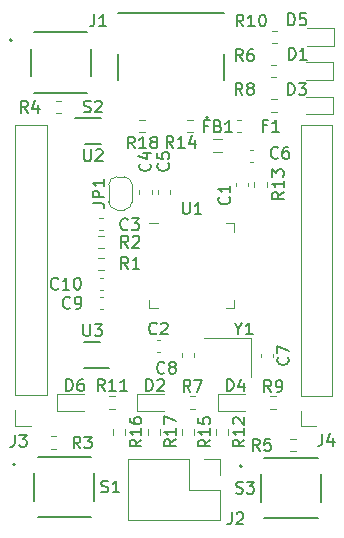
<source format=gbr>
%TF.GenerationSoftware,KiCad,Pcbnew,(6.0.7)*%
%TF.CreationDate,2022-09-02T00:32:44-07:00*%
%TF.ProjectId,HARDWARE_USBC_ISP_Programmer,48415244-5741-4524-955f-555342435f49,rev?*%
%TF.SameCoordinates,Original*%
%TF.FileFunction,Legend,Top*%
%TF.FilePolarity,Positive*%
%FSLAX46Y46*%
G04 Gerber Fmt 4.6, Leading zero omitted, Abs format (unit mm)*
G04 Created by KiCad (PCBNEW (6.0.7)) date 2022-09-02 00:32:44*
%MOMM*%
%LPD*%
G01*
G04 APERTURE LIST*
%ADD10C,0.150000*%
%ADD11C,0.120000*%
%ADD12C,0.127000*%
%ADD13C,0.200000*%
%ADD14C,0.152400*%
G04 APERTURE END LIST*
D10*
X66430000Y-114986774D02*
X67200000Y-114975000D01*
X65135000Y-93800000D02*
X64250000Y-93800000D01*
%TO.C,FB1*%
X75529166Y-94503571D02*
X75195833Y-94503571D01*
X75195833Y-95027380D02*
X75195833Y-94027380D01*
X75672023Y-94027380D01*
X76386309Y-94503571D02*
X76529166Y-94551190D01*
X76576785Y-94598809D01*
X76624404Y-94694047D01*
X76624404Y-94836904D01*
X76576785Y-94932142D01*
X76529166Y-94979761D01*
X76433928Y-95027380D01*
X76052976Y-95027380D01*
X76052976Y-94027380D01*
X76386309Y-94027380D01*
X76481547Y-94075000D01*
X76529166Y-94122619D01*
X76576785Y-94217857D01*
X76576785Y-94313095D01*
X76529166Y-94408333D01*
X76481547Y-94455952D01*
X76386309Y-94503571D01*
X76052976Y-94503571D01*
X77576785Y-95027380D02*
X77005357Y-95027380D01*
X77291071Y-95027380D02*
X77291071Y-94027380D01*
X77195833Y-94170238D01*
X77100595Y-94265476D01*
X77005357Y-94313095D01*
%TO.C,S3*%
X77913095Y-125579761D02*
X78055952Y-125627380D01*
X78294047Y-125627380D01*
X78389285Y-125579761D01*
X78436904Y-125532142D01*
X78484523Y-125436904D01*
X78484523Y-125341666D01*
X78436904Y-125246428D01*
X78389285Y-125198809D01*
X78294047Y-125151190D01*
X78103571Y-125103571D01*
X78008333Y-125055952D01*
X77960714Y-125008333D01*
X77913095Y-124913095D01*
X77913095Y-124817857D01*
X77960714Y-124722619D01*
X78008333Y-124675000D01*
X78103571Y-124627380D01*
X78341666Y-124627380D01*
X78484523Y-124675000D01*
X78817857Y-124627380D02*
X79436904Y-124627380D01*
X79103571Y-125008333D01*
X79246428Y-125008333D01*
X79341666Y-125055952D01*
X79389285Y-125103571D01*
X79436904Y-125198809D01*
X79436904Y-125436904D01*
X79389285Y-125532142D01*
X79341666Y-125579761D01*
X79246428Y-125627380D01*
X78960714Y-125627380D01*
X78865476Y-125579761D01*
X78817857Y-125532142D01*
%TO.C,R3*%
X64733333Y-121802380D02*
X64400000Y-121326190D01*
X64161904Y-121802380D02*
X64161904Y-120802380D01*
X64542857Y-120802380D01*
X64638095Y-120850000D01*
X64685714Y-120897619D01*
X64733333Y-120992857D01*
X64733333Y-121135714D01*
X64685714Y-121230952D01*
X64638095Y-121278571D01*
X64542857Y-121326190D01*
X64161904Y-121326190D01*
X65066666Y-120802380D02*
X65685714Y-120802380D01*
X65352380Y-121183333D01*
X65495238Y-121183333D01*
X65590476Y-121230952D01*
X65638095Y-121278571D01*
X65685714Y-121373809D01*
X65685714Y-121611904D01*
X65638095Y-121707142D01*
X65590476Y-121754761D01*
X65495238Y-121802380D01*
X65209523Y-121802380D01*
X65114285Y-121754761D01*
X65066666Y-121707142D01*
%TO.C,R18*%
X69332142Y-96407380D02*
X68998809Y-95931190D01*
X68760714Y-96407380D02*
X68760714Y-95407380D01*
X69141666Y-95407380D01*
X69236904Y-95455000D01*
X69284523Y-95502619D01*
X69332142Y-95597857D01*
X69332142Y-95740714D01*
X69284523Y-95835952D01*
X69236904Y-95883571D01*
X69141666Y-95931190D01*
X68760714Y-95931190D01*
X70284523Y-96407380D02*
X69713095Y-96407380D01*
X69998809Y-96407380D02*
X69998809Y-95407380D01*
X69903571Y-95550238D01*
X69808333Y-95645476D01*
X69713095Y-95693095D01*
X70855952Y-95835952D02*
X70760714Y-95788333D01*
X70713095Y-95740714D01*
X70665476Y-95645476D01*
X70665476Y-95597857D01*
X70713095Y-95502619D01*
X70760714Y-95455000D01*
X70855952Y-95407380D01*
X71046428Y-95407380D01*
X71141666Y-95455000D01*
X71189285Y-95502619D01*
X71236904Y-95597857D01*
X71236904Y-95645476D01*
X71189285Y-95740714D01*
X71141666Y-95788333D01*
X71046428Y-95835952D01*
X70855952Y-95835952D01*
X70760714Y-95883571D01*
X70713095Y-95931190D01*
X70665476Y-96026428D01*
X70665476Y-96216904D01*
X70713095Y-96312142D01*
X70760714Y-96359761D01*
X70855952Y-96407380D01*
X71046428Y-96407380D01*
X71141666Y-96359761D01*
X71189285Y-96312142D01*
X71236904Y-96216904D01*
X71236904Y-96026428D01*
X71189285Y-95931190D01*
X71141666Y-95883571D01*
X71046428Y-95835952D01*
%TO.C,JP1*%
X65777380Y-101033333D02*
X66491666Y-101033333D01*
X66634523Y-101080952D01*
X66729761Y-101176190D01*
X66777380Y-101319047D01*
X66777380Y-101414285D01*
X66777380Y-100557142D02*
X65777380Y-100557142D01*
X65777380Y-100176190D01*
X65825000Y-100080952D01*
X65872619Y-100033333D01*
X65967857Y-99985714D01*
X66110714Y-99985714D01*
X66205952Y-100033333D01*
X66253571Y-100080952D01*
X66301190Y-100176190D01*
X66301190Y-100557142D01*
X66777380Y-99033333D02*
X66777380Y-99604761D01*
X66777380Y-99319047D02*
X65777380Y-99319047D01*
X65920238Y-99414285D01*
X66015476Y-99509523D01*
X66063095Y-99604761D01*
%TO.C,C4*%
X70607142Y-97691666D02*
X70654761Y-97739285D01*
X70702380Y-97882142D01*
X70702380Y-97977380D01*
X70654761Y-98120238D01*
X70559523Y-98215476D01*
X70464285Y-98263095D01*
X70273809Y-98310714D01*
X70130952Y-98310714D01*
X69940476Y-98263095D01*
X69845238Y-98215476D01*
X69750000Y-98120238D01*
X69702380Y-97977380D01*
X69702380Y-97882142D01*
X69750000Y-97739285D01*
X69797619Y-97691666D01*
X70035714Y-96834523D02*
X70702380Y-96834523D01*
X69654761Y-97072619D02*
X70369047Y-97310714D01*
X70369047Y-96691666D01*
%TO.C,Y1*%
X78123809Y-111676190D02*
X78123809Y-112152380D01*
X77790476Y-111152380D02*
X78123809Y-111676190D01*
X78457142Y-111152380D01*
X79314285Y-112152380D02*
X78742857Y-112152380D01*
X79028571Y-112152380D02*
X79028571Y-111152380D01*
X78933333Y-111295238D01*
X78838095Y-111390476D01*
X78742857Y-111438095D01*
%TO.C,R10*%
X78532142Y-86077380D02*
X78198809Y-85601190D01*
X77960714Y-86077380D02*
X77960714Y-85077380D01*
X78341666Y-85077380D01*
X78436904Y-85125000D01*
X78484523Y-85172619D01*
X78532142Y-85267857D01*
X78532142Y-85410714D01*
X78484523Y-85505952D01*
X78436904Y-85553571D01*
X78341666Y-85601190D01*
X77960714Y-85601190D01*
X79484523Y-86077380D02*
X78913095Y-86077380D01*
X79198809Y-86077380D02*
X79198809Y-85077380D01*
X79103571Y-85220238D01*
X79008333Y-85315476D01*
X78913095Y-85363095D01*
X80103571Y-85077380D02*
X80198809Y-85077380D01*
X80294047Y-85125000D01*
X80341666Y-85172619D01*
X80389285Y-85267857D01*
X80436904Y-85458333D01*
X80436904Y-85696428D01*
X80389285Y-85886904D01*
X80341666Y-85982142D01*
X80294047Y-86029761D01*
X80198809Y-86077380D01*
X80103571Y-86077380D01*
X80008333Y-86029761D01*
X79960714Y-85982142D01*
X79913095Y-85886904D01*
X79865476Y-85696428D01*
X79865476Y-85458333D01*
X79913095Y-85267857D01*
X79960714Y-85172619D01*
X80008333Y-85125000D01*
X80103571Y-85077380D01*
%TO.C,J2*%
X77541666Y-127227380D02*
X77541666Y-127941666D01*
X77494047Y-128084523D01*
X77398809Y-128179761D01*
X77255952Y-128227380D01*
X77160714Y-128227380D01*
X77970238Y-127322619D02*
X78017857Y-127275000D01*
X78113095Y-127227380D01*
X78351190Y-127227380D01*
X78446428Y-127275000D01*
X78494047Y-127322619D01*
X78541666Y-127417857D01*
X78541666Y-127513095D01*
X78494047Y-127655952D01*
X77922619Y-128227380D01*
X78541666Y-128227380D01*
%TO.C,U1*%
X73413095Y-100957380D02*
X73413095Y-101766904D01*
X73460714Y-101862142D01*
X73508333Y-101909761D01*
X73603571Y-101957380D01*
X73794047Y-101957380D01*
X73889285Y-101909761D01*
X73936904Y-101862142D01*
X73984523Y-101766904D01*
X73984523Y-100957380D01*
X74984523Y-101957380D02*
X74413095Y-101957380D01*
X74698809Y-101957380D02*
X74698809Y-100957380D01*
X74603571Y-101100238D01*
X74508333Y-101195476D01*
X74413095Y-101243095D01*
%TO.C,R1*%
X68783333Y-106602380D02*
X68450000Y-106126190D01*
X68211904Y-106602380D02*
X68211904Y-105602380D01*
X68592857Y-105602380D01*
X68688095Y-105650000D01*
X68735714Y-105697619D01*
X68783333Y-105792857D01*
X68783333Y-105935714D01*
X68735714Y-106030952D01*
X68688095Y-106078571D01*
X68592857Y-106126190D01*
X68211904Y-106126190D01*
X69735714Y-106602380D02*
X69164285Y-106602380D01*
X69450000Y-106602380D02*
X69450000Y-105602380D01*
X69354761Y-105745238D01*
X69259523Y-105840476D01*
X69164285Y-105888095D01*
%TO.C,S1*%
X66513095Y-125479761D02*
X66655952Y-125527380D01*
X66894047Y-125527380D01*
X66989285Y-125479761D01*
X67036904Y-125432142D01*
X67084523Y-125336904D01*
X67084523Y-125241666D01*
X67036904Y-125146428D01*
X66989285Y-125098809D01*
X66894047Y-125051190D01*
X66703571Y-125003571D01*
X66608333Y-124955952D01*
X66560714Y-124908333D01*
X66513095Y-124813095D01*
X66513095Y-124717857D01*
X66560714Y-124622619D01*
X66608333Y-124575000D01*
X66703571Y-124527380D01*
X66941666Y-124527380D01*
X67084523Y-124575000D01*
X68036904Y-125527380D02*
X67465476Y-125527380D01*
X67751190Y-125527380D02*
X67751190Y-124527380D01*
X67655952Y-124670238D01*
X67560714Y-124765476D01*
X67465476Y-124813095D01*
%TO.C,C8*%
X71858333Y-115382142D02*
X71810714Y-115429761D01*
X71667857Y-115477380D01*
X71572619Y-115477380D01*
X71429761Y-115429761D01*
X71334523Y-115334523D01*
X71286904Y-115239285D01*
X71239285Y-115048809D01*
X71239285Y-114905952D01*
X71286904Y-114715476D01*
X71334523Y-114620238D01*
X71429761Y-114525000D01*
X71572619Y-114477380D01*
X71667857Y-114477380D01*
X71810714Y-114525000D01*
X71858333Y-114572619D01*
X72429761Y-114905952D02*
X72334523Y-114858333D01*
X72286904Y-114810714D01*
X72239285Y-114715476D01*
X72239285Y-114667857D01*
X72286904Y-114572619D01*
X72334523Y-114525000D01*
X72429761Y-114477380D01*
X72620238Y-114477380D01*
X72715476Y-114525000D01*
X72763095Y-114572619D01*
X72810714Y-114667857D01*
X72810714Y-114715476D01*
X72763095Y-114810714D01*
X72715476Y-114858333D01*
X72620238Y-114905952D01*
X72429761Y-114905952D01*
X72334523Y-114953571D01*
X72286904Y-115001190D01*
X72239285Y-115096428D01*
X72239285Y-115286904D01*
X72286904Y-115382142D01*
X72334523Y-115429761D01*
X72429761Y-115477380D01*
X72620238Y-115477380D01*
X72715476Y-115429761D01*
X72763095Y-115382142D01*
X72810714Y-115286904D01*
X72810714Y-115096428D01*
X72763095Y-115001190D01*
X72715476Y-114953571D01*
X72620238Y-114905952D01*
%TO.C,R16*%
X69902380Y-121067857D02*
X69426190Y-121401190D01*
X69902380Y-121639285D02*
X68902380Y-121639285D01*
X68902380Y-121258333D01*
X68950000Y-121163095D01*
X68997619Y-121115476D01*
X69092857Y-121067857D01*
X69235714Y-121067857D01*
X69330952Y-121115476D01*
X69378571Y-121163095D01*
X69426190Y-121258333D01*
X69426190Y-121639285D01*
X69902380Y-120115476D02*
X69902380Y-120686904D01*
X69902380Y-120401190D02*
X68902380Y-120401190D01*
X69045238Y-120496428D01*
X69140476Y-120591666D01*
X69188095Y-120686904D01*
X68902380Y-119258333D02*
X68902380Y-119448809D01*
X68950000Y-119544047D01*
X68997619Y-119591666D01*
X69140476Y-119686904D01*
X69330952Y-119734523D01*
X69711904Y-119734523D01*
X69807142Y-119686904D01*
X69854761Y-119639285D01*
X69902380Y-119544047D01*
X69902380Y-119353571D01*
X69854761Y-119258333D01*
X69807142Y-119210714D01*
X69711904Y-119163095D01*
X69473809Y-119163095D01*
X69378571Y-119210714D01*
X69330952Y-119258333D01*
X69283333Y-119353571D01*
X69283333Y-119544047D01*
X69330952Y-119639285D01*
X69378571Y-119686904D01*
X69473809Y-119734523D01*
%TO.C,R11*%
X66782142Y-116927380D02*
X66448809Y-116451190D01*
X66210714Y-116927380D02*
X66210714Y-115927380D01*
X66591666Y-115927380D01*
X66686904Y-115975000D01*
X66734523Y-116022619D01*
X66782142Y-116117857D01*
X66782142Y-116260714D01*
X66734523Y-116355952D01*
X66686904Y-116403571D01*
X66591666Y-116451190D01*
X66210714Y-116451190D01*
X67734523Y-116927380D02*
X67163095Y-116927380D01*
X67448809Y-116927380D02*
X67448809Y-115927380D01*
X67353571Y-116070238D01*
X67258333Y-116165476D01*
X67163095Y-116213095D01*
X68686904Y-116927380D02*
X68115476Y-116927380D01*
X68401190Y-116927380D02*
X68401190Y-115927380D01*
X68305952Y-116070238D01*
X68210714Y-116165476D01*
X68115476Y-116213095D01*
%TO.C,R5*%
X79908333Y-122002380D02*
X79575000Y-121526190D01*
X79336904Y-122002380D02*
X79336904Y-121002380D01*
X79717857Y-121002380D01*
X79813095Y-121050000D01*
X79860714Y-121097619D01*
X79908333Y-121192857D01*
X79908333Y-121335714D01*
X79860714Y-121430952D01*
X79813095Y-121478571D01*
X79717857Y-121526190D01*
X79336904Y-121526190D01*
X80813095Y-121002380D02*
X80336904Y-121002380D01*
X80289285Y-121478571D01*
X80336904Y-121430952D01*
X80432142Y-121383333D01*
X80670238Y-121383333D01*
X80765476Y-121430952D01*
X80813095Y-121478571D01*
X80860714Y-121573809D01*
X80860714Y-121811904D01*
X80813095Y-121907142D01*
X80765476Y-121954761D01*
X80670238Y-122002380D01*
X80432142Y-122002380D01*
X80336904Y-121954761D01*
X80289285Y-121907142D01*
%TO.C,D6*%
X63536904Y-116947380D02*
X63536904Y-115947380D01*
X63775000Y-115947380D01*
X63917857Y-115995000D01*
X64013095Y-116090238D01*
X64060714Y-116185476D01*
X64108333Y-116375952D01*
X64108333Y-116518809D01*
X64060714Y-116709285D01*
X64013095Y-116804523D01*
X63917857Y-116899761D01*
X63775000Y-116947380D01*
X63536904Y-116947380D01*
X64965476Y-115947380D02*
X64775000Y-115947380D01*
X64679761Y-115995000D01*
X64632142Y-116042619D01*
X64536904Y-116185476D01*
X64489285Y-116375952D01*
X64489285Y-116756904D01*
X64536904Y-116852142D01*
X64584523Y-116899761D01*
X64679761Y-116947380D01*
X64870238Y-116947380D01*
X64965476Y-116899761D01*
X65013095Y-116852142D01*
X65060714Y-116756904D01*
X65060714Y-116518809D01*
X65013095Y-116423571D01*
X64965476Y-116375952D01*
X64870238Y-116328333D01*
X64679761Y-116328333D01*
X64584523Y-116375952D01*
X64536904Y-116423571D01*
X64489285Y-116518809D01*
%TO.C,C3*%
X68733333Y-103232142D02*
X68685714Y-103279761D01*
X68542857Y-103327380D01*
X68447619Y-103327380D01*
X68304761Y-103279761D01*
X68209523Y-103184523D01*
X68161904Y-103089285D01*
X68114285Y-102898809D01*
X68114285Y-102755952D01*
X68161904Y-102565476D01*
X68209523Y-102470238D01*
X68304761Y-102375000D01*
X68447619Y-102327380D01*
X68542857Y-102327380D01*
X68685714Y-102375000D01*
X68733333Y-102422619D01*
X69066666Y-102327380D02*
X69685714Y-102327380D01*
X69352380Y-102708333D01*
X69495238Y-102708333D01*
X69590476Y-102755952D01*
X69638095Y-102803571D01*
X69685714Y-102898809D01*
X69685714Y-103136904D01*
X69638095Y-103232142D01*
X69590476Y-103279761D01*
X69495238Y-103327380D01*
X69209523Y-103327380D01*
X69114285Y-103279761D01*
X69066666Y-103232142D01*
%TO.C,R2*%
X68783333Y-104802380D02*
X68450000Y-104326190D01*
X68211904Y-104802380D02*
X68211904Y-103802380D01*
X68592857Y-103802380D01*
X68688095Y-103850000D01*
X68735714Y-103897619D01*
X68783333Y-103992857D01*
X68783333Y-104135714D01*
X68735714Y-104230952D01*
X68688095Y-104278571D01*
X68592857Y-104326190D01*
X68211904Y-104326190D01*
X69164285Y-103897619D02*
X69211904Y-103850000D01*
X69307142Y-103802380D01*
X69545238Y-103802380D01*
X69640476Y-103850000D01*
X69688095Y-103897619D01*
X69735714Y-103992857D01*
X69735714Y-104088095D01*
X69688095Y-104230952D01*
X69116666Y-104802380D01*
X69735714Y-104802380D01*
%TO.C,R8*%
X78458333Y-91877380D02*
X78125000Y-91401190D01*
X77886904Y-91877380D02*
X77886904Y-90877380D01*
X78267857Y-90877380D01*
X78363095Y-90925000D01*
X78410714Y-90972619D01*
X78458333Y-91067857D01*
X78458333Y-91210714D01*
X78410714Y-91305952D01*
X78363095Y-91353571D01*
X78267857Y-91401190D01*
X77886904Y-91401190D01*
X79029761Y-91305952D02*
X78934523Y-91258333D01*
X78886904Y-91210714D01*
X78839285Y-91115476D01*
X78839285Y-91067857D01*
X78886904Y-90972619D01*
X78934523Y-90925000D01*
X79029761Y-90877380D01*
X79220238Y-90877380D01*
X79315476Y-90925000D01*
X79363095Y-90972619D01*
X79410714Y-91067857D01*
X79410714Y-91115476D01*
X79363095Y-91210714D01*
X79315476Y-91258333D01*
X79220238Y-91305952D01*
X79029761Y-91305952D01*
X78934523Y-91353571D01*
X78886904Y-91401190D01*
X78839285Y-91496428D01*
X78839285Y-91686904D01*
X78886904Y-91782142D01*
X78934523Y-91829761D01*
X79029761Y-91877380D01*
X79220238Y-91877380D01*
X79315476Y-91829761D01*
X79363095Y-91782142D01*
X79410714Y-91686904D01*
X79410714Y-91496428D01*
X79363095Y-91401190D01*
X79315476Y-91353571D01*
X79220238Y-91305952D01*
%TO.C,C1*%
X77327142Y-100516666D02*
X77374761Y-100564285D01*
X77422380Y-100707142D01*
X77422380Y-100802380D01*
X77374761Y-100945238D01*
X77279523Y-101040476D01*
X77184285Y-101088095D01*
X76993809Y-101135714D01*
X76850952Y-101135714D01*
X76660476Y-101088095D01*
X76565238Y-101040476D01*
X76470000Y-100945238D01*
X76422380Y-100802380D01*
X76422380Y-100707142D01*
X76470000Y-100564285D01*
X76517619Y-100516666D01*
X77422380Y-99564285D02*
X77422380Y-100135714D01*
X77422380Y-99850000D02*
X76422380Y-99850000D01*
X76565238Y-99945238D01*
X76660476Y-100040476D01*
X76708095Y-100135714D01*
%TO.C,J1*%
X65915467Y-85050410D02*
X65915467Y-85767266D01*
X65867676Y-85910637D01*
X65772096Y-86006218D01*
X65628725Y-86054008D01*
X65533144Y-86054008D01*
X66919065Y-86054008D02*
X66345580Y-86054008D01*
X66632323Y-86054008D02*
X66632323Y-85050410D01*
X66536742Y-85193781D01*
X66441161Y-85289362D01*
X66345580Y-85337152D01*
%TO.C,C9*%
X63858333Y-109882142D02*
X63810714Y-109929761D01*
X63667857Y-109977380D01*
X63572619Y-109977380D01*
X63429761Y-109929761D01*
X63334523Y-109834523D01*
X63286904Y-109739285D01*
X63239285Y-109548809D01*
X63239285Y-109405952D01*
X63286904Y-109215476D01*
X63334523Y-109120238D01*
X63429761Y-109025000D01*
X63572619Y-108977380D01*
X63667857Y-108977380D01*
X63810714Y-109025000D01*
X63858333Y-109072619D01*
X64334523Y-109977380D02*
X64525000Y-109977380D01*
X64620238Y-109929761D01*
X64667857Y-109882142D01*
X64763095Y-109739285D01*
X64810714Y-109548809D01*
X64810714Y-109167857D01*
X64763095Y-109072619D01*
X64715476Y-109025000D01*
X64620238Y-108977380D01*
X64429761Y-108977380D01*
X64334523Y-109025000D01*
X64286904Y-109072619D01*
X64239285Y-109167857D01*
X64239285Y-109405952D01*
X64286904Y-109501190D01*
X64334523Y-109548809D01*
X64429761Y-109596428D01*
X64620238Y-109596428D01*
X64715476Y-109548809D01*
X64763095Y-109501190D01*
X64810714Y-109405952D01*
%TO.C,R9*%
X80883333Y-117027380D02*
X80550000Y-116551190D01*
X80311904Y-117027380D02*
X80311904Y-116027380D01*
X80692857Y-116027380D01*
X80788095Y-116075000D01*
X80835714Y-116122619D01*
X80883333Y-116217857D01*
X80883333Y-116360714D01*
X80835714Y-116455952D01*
X80788095Y-116503571D01*
X80692857Y-116551190D01*
X80311904Y-116551190D01*
X81359523Y-117027380D02*
X81550000Y-117027380D01*
X81645238Y-116979761D01*
X81692857Y-116932142D01*
X81788095Y-116789285D01*
X81835714Y-116598809D01*
X81835714Y-116217857D01*
X81788095Y-116122619D01*
X81740476Y-116075000D01*
X81645238Y-116027380D01*
X81454761Y-116027380D01*
X81359523Y-116075000D01*
X81311904Y-116122619D01*
X81264285Y-116217857D01*
X81264285Y-116455952D01*
X81311904Y-116551190D01*
X81359523Y-116598809D01*
X81454761Y-116646428D01*
X81645238Y-116646428D01*
X81740476Y-116598809D01*
X81788095Y-116551190D01*
X81835714Y-116455952D01*
%TO.C,D4*%
X77136904Y-116947380D02*
X77136904Y-115947380D01*
X77375000Y-115947380D01*
X77517857Y-115995000D01*
X77613095Y-116090238D01*
X77660714Y-116185476D01*
X77708333Y-116375952D01*
X77708333Y-116518809D01*
X77660714Y-116709285D01*
X77613095Y-116804523D01*
X77517857Y-116899761D01*
X77375000Y-116947380D01*
X77136904Y-116947380D01*
X78565476Y-116280714D02*
X78565476Y-116947380D01*
X78327380Y-115899761D02*
X78089285Y-116614047D01*
X78708333Y-116614047D01*
%TO.C,R13*%
X81952380Y-100092857D02*
X81476190Y-100426190D01*
X81952380Y-100664285D02*
X80952380Y-100664285D01*
X80952380Y-100283333D01*
X81000000Y-100188095D01*
X81047619Y-100140476D01*
X81142857Y-100092857D01*
X81285714Y-100092857D01*
X81380952Y-100140476D01*
X81428571Y-100188095D01*
X81476190Y-100283333D01*
X81476190Y-100664285D01*
X81952380Y-99140476D02*
X81952380Y-99711904D01*
X81952380Y-99426190D02*
X80952380Y-99426190D01*
X81095238Y-99521428D01*
X81190476Y-99616666D01*
X81238095Y-99711904D01*
X80952380Y-98807142D02*
X80952380Y-98188095D01*
X81333333Y-98521428D01*
X81333333Y-98378571D01*
X81380952Y-98283333D01*
X81428571Y-98235714D01*
X81523809Y-98188095D01*
X81761904Y-98188095D01*
X81857142Y-98235714D01*
X81904761Y-98283333D01*
X81952380Y-98378571D01*
X81952380Y-98664285D01*
X81904761Y-98759523D01*
X81857142Y-98807142D01*
%TO.C,D2*%
X70299404Y-116947380D02*
X70299404Y-115947380D01*
X70537500Y-115947380D01*
X70680357Y-115995000D01*
X70775595Y-116090238D01*
X70823214Y-116185476D01*
X70870833Y-116375952D01*
X70870833Y-116518809D01*
X70823214Y-116709285D01*
X70775595Y-116804523D01*
X70680357Y-116899761D01*
X70537500Y-116947380D01*
X70299404Y-116947380D01*
X71251785Y-116042619D02*
X71299404Y-115995000D01*
X71394642Y-115947380D01*
X71632738Y-115947380D01*
X71727976Y-115995000D01*
X71775595Y-116042619D01*
X71823214Y-116137857D01*
X71823214Y-116233095D01*
X71775595Y-116375952D01*
X71204166Y-116947380D01*
X71823214Y-116947380D01*
%TO.C,D5*%
X82336904Y-85977380D02*
X82336904Y-84977380D01*
X82575000Y-84977380D01*
X82717857Y-85025000D01*
X82813095Y-85120238D01*
X82860714Y-85215476D01*
X82908333Y-85405952D01*
X82908333Y-85548809D01*
X82860714Y-85739285D01*
X82813095Y-85834523D01*
X82717857Y-85929761D01*
X82575000Y-85977380D01*
X82336904Y-85977380D01*
X83813095Y-84977380D02*
X83336904Y-84977380D01*
X83289285Y-85453571D01*
X83336904Y-85405952D01*
X83432142Y-85358333D01*
X83670238Y-85358333D01*
X83765476Y-85405952D01*
X83813095Y-85453571D01*
X83860714Y-85548809D01*
X83860714Y-85786904D01*
X83813095Y-85882142D01*
X83765476Y-85929761D01*
X83670238Y-85977380D01*
X83432142Y-85977380D01*
X83336904Y-85929761D01*
X83289285Y-85882142D01*
%TO.C,R17*%
X72832380Y-121042857D02*
X72356190Y-121376190D01*
X72832380Y-121614285D02*
X71832380Y-121614285D01*
X71832380Y-121233333D01*
X71880000Y-121138095D01*
X71927619Y-121090476D01*
X72022857Y-121042857D01*
X72165714Y-121042857D01*
X72260952Y-121090476D01*
X72308571Y-121138095D01*
X72356190Y-121233333D01*
X72356190Y-121614285D01*
X72832380Y-120090476D02*
X72832380Y-120661904D01*
X72832380Y-120376190D02*
X71832380Y-120376190D01*
X71975238Y-120471428D01*
X72070476Y-120566666D01*
X72118095Y-120661904D01*
X71832380Y-119757142D02*
X71832380Y-119090476D01*
X72832380Y-119519047D01*
%TO.C,R7*%
X74058333Y-117002380D02*
X73725000Y-116526190D01*
X73486904Y-117002380D02*
X73486904Y-116002380D01*
X73867857Y-116002380D01*
X73963095Y-116050000D01*
X74010714Y-116097619D01*
X74058333Y-116192857D01*
X74058333Y-116335714D01*
X74010714Y-116430952D01*
X73963095Y-116478571D01*
X73867857Y-116526190D01*
X73486904Y-116526190D01*
X74391666Y-116002380D02*
X75058333Y-116002380D01*
X74629761Y-117002380D01*
%TO.C,U3*%
X64988095Y-111289154D02*
X64988095Y-112098678D01*
X65035714Y-112193916D01*
X65083333Y-112241535D01*
X65178571Y-112289154D01*
X65369047Y-112289154D01*
X65464285Y-112241535D01*
X65511904Y-112193916D01*
X65559523Y-112098678D01*
X65559523Y-111289154D01*
X65940476Y-111289154D02*
X66559523Y-111289154D01*
X66226190Y-111670107D01*
X66369047Y-111670107D01*
X66464285Y-111717726D01*
X66511904Y-111765345D01*
X66559523Y-111860583D01*
X66559523Y-112098678D01*
X66511904Y-112193916D01*
X66464285Y-112241535D01*
X66369047Y-112289154D01*
X66083333Y-112289154D01*
X65988095Y-112241535D01*
X65940476Y-112193916D01*
%TO.C,J3*%
X59191666Y-120652380D02*
X59191666Y-121366666D01*
X59144047Y-121509523D01*
X59048809Y-121604761D01*
X58905952Y-121652380D01*
X58810714Y-121652380D01*
X59572619Y-120652380D02*
X60191666Y-120652380D01*
X59858333Y-121033333D01*
X60001190Y-121033333D01*
X60096428Y-121080952D01*
X60144047Y-121128571D01*
X60191666Y-121223809D01*
X60191666Y-121461904D01*
X60144047Y-121557142D01*
X60096428Y-121604761D01*
X60001190Y-121652380D01*
X59715476Y-121652380D01*
X59620238Y-121604761D01*
X59572619Y-121557142D01*
%TO.C,F1*%
X80516666Y-94453571D02*
X80183333Y-94453571D01*
X80183333Y-94977380D02*
X80183333Y-93977380D01*
X80659523Y-93977380D01*
X81564285Y-94977380D02*
X80992857Y-94977380D01*
X81278571Y-94977380D02*
X81278571Y-93977380D01*
X81183333Y-94120238D01*
X81088095Y-94215476D01*
X80992857Y-94263095D01*
%TO.C,S2*%
X65038095Y-93304761D02*
X65180952Y-93352380D01*
X65419047Y-93352380D01*
X65514285Y-93304761D01*
X65561904Y-93257142D01*
X65609523Y-93161904D01*
X65609523Y-93066666D01*
X65561904Y-92971428D01*
X65514285Y-92923809D01*
X65419047Y-92876190D01*
X65228571Y-92828571D01*
X65133333Y-92780952D01*
X65085714Y-92733333D01*
X65038095Y-92638095D01*
X65038095Y-92542857D01*
X65085714Y-92447619D01*
X65133333Y-92400000D01*
X65228571Y-92352380D01*
X65466666Y-92352380D01*
X65609523Y-92400000D01*
X65990476Y-92447619D02*
X66038095Y-92400000D01*
X66133333Y-92352380D01*
X66371428Y-92352380D01*
X66466666Y-92400000D01*
X66514285Y-92447619D01*
X66561904Y-92542857D01*
X66561904Y-92638095D01*
X66514285Y-92780952D01*
X65942857Y-93352380D01*
X66561904Y-93352380D01*
%TO.C,R12*%
X78632380Y-121067857D02*
X78156190Y-121401190D01*
X78632380Y-121639285D02*
X77632380Y-121639285D01*
X77632380Y-121258333D01*
X77680000Y-121163095D01*
X77727619Y-121115476D01*
X77822857Y-121067857D01*
X77965714Y-121067857D01*
X78060952Y-121115476D01*
X78108571Y-121163095D01*
X78156190Y-121258333D01*
X78156190Y-121639285D01*
X78632380Y-120115476D02*
X78632380Y-120686904D01*
X78632380Y-120401190D02*
X77632380Y-120401190D01*
X77775238Y-120496428D01*
X77870476Y-120591666D01*
X77918095Y-120686904D01*
X77727619Y-119734523D02*
X77680000Y-119686904D01*
X77632380Y-119591666D01*
X77632380Y-119353571D01*
X77680000Y-119258333D01*
X77727619Y-119210714D01*
X77822857Y-119163095D01*
X77918095Y-119163095D01*
X78060952Y-119210714D01*
X78632380Y-119782142D01*
X78632380Y-119163095D01*
%TO.C,C10*%
X62857142Y-108257142D02*
X62809523Y-108304761D01*
X62666666Y-108352380D01*
X62571428Y-108352380D01*
X62428571Y-108304761D01*
X62333333Y-108209523D01*
X62285714Y-108114285D01*
X62238095Y-107923809D01*
X62238095Y-107780952D01*
X62285714Y-107590476D01*
X62333333Y-107495238D01*
X62428571Y-107400000D01*
X62571428Y-107352380D01*
X62666666Y-107352380D01*
X62809523Y-107400000D01*
X62857142Y-107447619D01*
X63809523Y-108352380D02*
X63238095Y-108352380D01*
X63523809Y-108352380D02*
X63523809Y-107352380D01*
X63428571Y-107495238D01*
X63333333Y-107590476D01*
X63238095Y-107638095D01*
X64428571Y-107352380D02*
X64523809Y-107352380D01*
X64619047Y-107400000D01*
X64666666Y-107447619D01*
X64714285Y-107542857D01*
X64761904Y-107733333D01*
X64761904Y-107971428D01*
X64714285Y-108161904D01*
X64666666Y-108257142D01*
X64619047Y-108304761D01*
X64523809Y-108352380D01*
X64428571Y-108352380D01*
X64333333Y-108304761D01*
X64285714Y-108257142D01*
X64238095Y-108161904D01*
X64190476Y-107971428D01*
X64190476Y-107733333D01*
X64238095Y-107542857D01*
X64285714Y-107447619D01*
X64333333Y-107400000D01*
X64428571Y-107352380D01*
%TO.C,C7*%
X82287142Y-114091666D02*
X82334761Y-114139285D01*
X82382380Y-114282142D01*
X82382380Y-114377380D01*
X82334761Y-114520238D01*
X82239523Y-114615476D01*
X82144285Y-114663095D01*
X81953809Y-114710714D01*
X81810952Y-114710714D01*
X81620476Y-114663095D01*
X81525238Y-114615476D01*
X81430000Y-114520238D01*
X81382380Y-114377380D01*
X81382380Y-114282142D01*
X81430000Y-114139285D01*
X81477619Y-114091666D01*
X81382380Y-113758333D02*
X81382380Y-113091666D01*
X82382380Y-113520238D01*
%TO.C,C2*%
X71183333Y-112052142D02*
X71135714Y-112099761D01*
X70992857Y-112147380D01*
X70897619Y-112147380D01*
X70754761Y-112099761D01*
X70659523Y-112004523D01*
X70611904Y-111909285D01*
X70564285Y-111718809D01*
X70564285Y-111575952D01*
X70611904Y-111385476D01*
X70659523Y-111290238D01*
X70754761Y-111195000D01*
X70897619Y-111147380D01*
X70992857Y-111147380D01*
X71135714Y-111195000D01*
X71183333Y-111242619D01*
X71564285Y-111242619D02*
X71611904Y-111195000D01*
X71707142Y-111147380D01*
X71945238Y-111147380D01*
X72040476Y-111195000D01*
X72088095Y-111242619D01*
X72135714Y-111337857D01*
X72135714Y-111433095D01*
X72088095Y-111575952D01*
X71516666Y-112147380D01*
X72135714Y-112147380D01*
%TO.C,R6*%
X78483333Y-89002380D02*
X78150000Y-88526190D01*
X77911904Y-89002380D02*
X77911904Y-88002380D01*
X78292857Y-88002380D01*
X78388095Y-88050000D01*
X78435714Y-88097619D01*
X78483333Y-88192857D01*
X78483333Y-88335714D01*
X78435714Y-88430952D01*
X78388095Y-88478571D01*
X78292857Y-88526190D01*
X77911904Y-88526190D01*
X79340476Y-88002380D02*
X79150000Y-88002380D01*
X79054761Y-88050000D01*
X79007142Y-88097619D01*
X78911904Y-88240476D01*
X78864285Y-88430952D01*
X78864285Y-88811904D01*
X78911904Y-88907142D01*
X78959523Y-88954761D01*
X79054761Y-89002380D01*
X79245238Y-89002380D01*
X79340476Y-88954761D01*
X79388095Y-88907142D01*
X79435714Y-88811904D01*
X79435714Y-88573809D01*
X79388095Y-88478571D01*
X79340476Y-88430952D01*
X79245238Y-88383333D01*
X79054761Y-88383333D01*
X78959523Y-88430952D01*
X78911904Y-88478571D01*
X78864285Y-88573809D01*
%TO.C,U2*%
X65053095Y-96477380D02*
X65053095Y-97286904D01*
X65100714Y-97382142D01*
X65148333Y-97429761D01*
X65243571Y-97477380D01*
X65434047Y-97477380D01*
X65529285Y-97429761D01*
X65576904Y-97382142D01*
X65624523Y-97286904D01*
X65624523Y-96477380D01*
X66053095Y-96572619D02*
X66100714Y-96525000D01*
X66195952Y-96477380D01*
X66434047Y-96477380D01*
X66529285Y-96525000D01*
X66576904Y-96572619D01*
X66624523Y-96667857D01*
X66624523Y-96763095D01*
X66576904Y-96905952D01*
X66005476Y-97477380D01*
X66624523Y-97477380D01*
%TO.C,C5*%
X72157142Y-97666666D02*
X72204761Y-97714285D01*
X72252380Y-97857142D01*
X72252380Y-97952380D01*
X72204761Y-98095238D01*
X72109523Y-98190476D01*
X72014285Y-98238095D01*
X71823809Y-98285714D01*
X71680952Y-98285714D01*
X71490476Y-98238095D01*
X71395238Y-98190476D01*
X71300000Y-98095238D01*
X71252380Y-97952380D01*
X71252380Y-97857142D01*
X71300000Y-97714285D01*
X71347619Y-97666666D01*
X71252380Y-96761904D02*
X71252380Y-97238095D01*
X71728571Y-97285714D01*
X71680952Y-97238095D01*
X71633333Y-97142857D01*
X71633333Y-96904761D01*
X71680952Y-96809523D01*
X71728571Y-96761904D01*
X71823809Y-96714285D01*
X72061904Y-96714285D01*
X72157142Y-96761904D01*
X72204761Y-96809523D01*
X72252380Y-96904761D01*
X72252380Y-97142857D01*
X72204761Y-97238095D01*
X72157142Y-97285714D01*
%TO.C,R14*%
X72607142Y-96352380D02*
X72273809Y-95876190D01*
X72035714Y-96352380D02*
X72035714Y-95352380D01*
X72416666Y-95352380D01*
X72511904Y-95400000D01*
X72559523Y-95447619D01*
X72607142Y-95542857D01*
X72607142Y-95685714D01*
X72559523Y-95780952D01*
X72511904Y-95828571D01*
X72416666Y-95876190D01*
X72035714Y-95876190D01*
X73559523Y-96352380D02*
X72988095Y-96352380D01*
X73273809Y-96352380D02*
X73273809Y-95352380D01*
X73178571Y-95495238D01*
X73083333Y-95590476D01*
X72988095Y-95638095D01*
X74416666Y-95685714D02*
X74416666Y-96352380D01*
X74178571Y-95304761D02*
X73940476Y-96019047D01*
X74559523Y-96019047D01*
%TO.C,D1*%
X82386904Y-88877380D02*
X82386904Y-87877380D01*
X82625000Y-87877380D01*
X82767857Y-87925000D01*
X82863095Y-88020238D01*
X82910714Y-88115476D01*
X82958333Y-88305952D01*
X82958333Y-88448809D01*
X82910714Y-88639285D01*
X82863095Y-88734523D01*
X82767857Y-88829761D01*
X82625000Y-88877380D01*
X82386904Y-88877380D01*
X83910714Y-88877380D02*
X83339285Y-88877380D01*
X83625000Y-88877380D02*
X83625000Y-87877380D01*
X83529761Y-88020238D01*
X83434523Y-88115476D01*
X83339285Y-88163095D01*
%TO.C,D3*%
X82311904Y-91877380D02*
X82311904Y-90877380D01*
X82550000Y-90877380D01*
X82692857Y-90925000D01*
X82788095Y-91020238D01*
X82835714Y-91115476D01*
X82883333Y-91305952D01*
X82883333Y-91448809D01*
X82835714Y-91639285D01*
X82788095Y-91734523D01*
X82692857Y-91829761D01*
X82550000Y-91877380D01*
X82311904Y-91877380D01*
X83216666Y-90877380D02*
X83835714Y-90877380D01*
X83502380Y-91258333D01*
X83645238Y-91258333D01*
X83740476Y-91305952D01*
X83788095Y-91353571D01*
X83835714Y-91448809D01*
X83835714Y-91686904D01*
X83788095Y-91782142D01*
X83740476Y-91829761D01*
X83645238Y-91877380D01*
X83359523Y-91877380D01*
X83264285Y-91829761D01*
X83216666Y-91782142D01*
%TO.C,C6*%
X81458333Y-97182142D02*
X81410714Y-97229761D01*
X81267857Y-97277380D01*
X81172619Y-97277380D01*
X81029761Y-97229761D01*
X80934523Y-97134523D01*
X80886904Y-97039285D01*
X80839285Y-96848809D01*
X80839285Y-96705952D01*
X80886904Y-96515476D01*
X80934523Y-96420238D01*
X81029761Y-96325000D01*
X81172619Y-96277380D01*
X81267857Y-96277380D01*
X81410714Y-96325000D01*
X81458333Y-96372619D01*
X82315476Y-96277380D02*
X82125000Y-96277380D01*
X82029761Y-96325000D01*
X81982142Y-96372619D01*
X81886904Y-96515476D01*
X81839285Y-96705952D01*
X81839285Y-97086904D01*
X81886904Y-97182142D01*
X81934523Y-97229761D01*
X82029761Y-97277380D01*
X82220238Y-97277380D01*
X82315476Y-97229761D01*
X82363095Y-97182142D01*
X82410714Y-97086904D01*
X82410714Y-96848809D01*
X82363095Y-96753571D01*
X82315476Y-96705952D01*
X82220238Y-96658333D01*
X82029761Y-96658333D01*
X81934523Y-96705952D01*
X81886904Y-96753571D01*
X81839285Y-96848809D01*
%TO.C,R15*%
X75732380Y-121067857D02*
X75256190Y-121401190D01*
X75732380Y-121639285D02*
X74732380Y-121639285D01*
X74732380Y-121258333D01*
X74780000Y-121163095D01*
X74827619Y-121115476D01*
X74922857Y-121067857D01*
X75065714Y-121067857D01*
X75160952Y-121115476D01*
X75208571Y-121163095D01*
X75256190Y-121258333D01*
X75256190Y-121639285D01*
X75732380Y-120115476D02*
X75732380Y-120686904D01*
X75732380Y-120401190D02*
X74732380Y-120401190D01*
X74875238Y-120496428D01*
X74970476Y-120591666D01*
X75018095Y-120686904D01*
X74732380Y-119210714D02*
X74732380Y-119686904D01*
X75208571Y-119734523D01*
X75160952Y-119686904D01*
X75113333Y-119591666D01*
X75113333Y-119353571D01*
X75160952Y-119258333D01*
X75208571Y-119210714D01*
X75303809Y-119163095D01*
X75541904Y-119163095D01*
X75637142Y-119210714D01*
X75684761Y-119258333D01*
X75732380Y-119353571D01*
X75732380Y-119591666D01*
X75684761Y-119686904D01*
X75637142Y-119734523D01*
%TO.C,J4*%
X85216666Y-120577380D02*
X85216666Y-121291666D01*
X85169047Y-121434523D01*
X85073809Y-121529761D01*
X84930952Y-121577380D01*
X84835714Y-121577380D01*
X86121428Y-120910714D02*
X86121428Y-121577380D01*
X85883333Y-120529761D02*
X85645238Y-121244047D01*
X86264285Y-121244047D01*
%TO.C,R4*%
X60283333Y-93377380D02*
X59950000Y-92901190D01*
X59711904Y-93377380D02*
X59711904Y-92377380D01*
X60092857Y-92377380D01*
X60188095Y-92425000D01*
X60235714Y-92472619D01*
X60283333Y-92567857D01*
X60283333Y-92710714D01*
X60235714Y-92805952D01*
X60188095Y-92853571D01*
X60092857Y-92901190D01*
X59711904Y-92901190D01*
X61140476Y-92710714D02*
X61140476Y-93377380D01*
X60902380Y-92329761D02*
X60664285Y-93044047D01*
X61283333Y-93044047D01*
D11*
%TO.C,FB1*%
X75962878Y-95565000D02*
X76762122Y-95565000D01*
X75962878Y-96685000D02*
X76762122Y-96685000D01*
D12*
%TO.C,S3*%
X84825000Y-122625000D02*
X80325000Y-122625000D01*
X84825000Y-127725000D02*
X80325000Y-127725000D01*
X85125000Y-126355000D02*
X85125000Y-123995000D01*
X80025000Y-123995000D02*
X80025000Y-126355000D01*
D13*
X78425000Y-123300000D02*
G75*
G03*
X78425000Y-123300000I-100000J0D01*
G01*
D11*
%TO.C,R3*%
X62212742Y-121822500D02*
X62687258Y-121822500D01*
X62212742Y-120777500D02*
X62687258Y-120777500D01*
%TO.C,R18*%
X70212258Y-95047500D02*
X69737742Y-95047500D01*
X70212258Y-94002500D02*
X69737742Y-94002500D01*
%TO.C,JP1*%
X67825000Y-98800000D02*
X68425000Y-98800000D01*
X69125000Y-99500000D02*
X69125000Y-100900000D01*
X68425000Y-101600000D02*
X67825000Y-101600000D01*
X67125000Y-100900000D02*
X67125000Y-99500000D01*
X69125000Y-99500000D02*
G75*
G03*
X68425000Y-98800000I-700000J0D01*
G01*
X67125000Y-100900000D02*
G75*
G03*
X67825000Y-101600000I699999J-1D01*
G01*
X68425000Y-101600000D02*
G75*
G03*
X69125000Y-100900000I1J699999D01*
G01*
X67825000Y-98800000D02*
G75*
G03*
X67125000Y-99500000I0J-700000D01*
G01*
%TO.C,C4*%
X69740000Y-100240580D02*
X69740000Y-99959420D01*
X70760000Y-100240580D02*
X70760000Y-99959420D01*
%TO.C,Y1*%
X79200000Y-115750000D02*
X79200000Y-112450000D01*
X79200000Y-112450000D02*
X75200000Y-112450000D01*
%TO.C,R10*%
X80937742Y-87497500D02*
X81412258Y-87497500D01*
X80937742Y-86452500D02*
X81412258Y-86452500D01*
%TO.C,J2*%
X73930000Y-125295000D02*
X76530000Y-125295000D01*
X73930000Y-122695000D02*
X73930000Y-125295000D01*
X73930000Y-122695000D02*
X68790000Y-122695000D01*
X75200000Y-122695000D02*
X76530000Y-122695000D01*
X76530000Y-125295000D02*
X76530000Y-127895000D01*
X76530000Y-122695000D02*
X76530000Y-124025000D01*
X68790000Y-122695000D02*
X68790000Y-127895000D01*
X76530000Y-127895000D02*
X68790000Y-127895000D01*
%TO.C,U1*%
X77060000Y-102715000D02*
X77785000Y-102715000D01*
X71290000Y-102715000D02*
X70565000Y-102715000D01*
X77785000Y-102715000D02*
X77785000Y-103440000D01*
X77060000Y-109935000D02*
X77785000Y-109935000D01*
X77785000Y-109935000D02*
X77785000Y-109210000D01*
X70565000Y-109935000D02*
X70565000Y-109210000D01*
X71290000Y-109935000D02*
X70565000Y-109935000D01*
%TO.C,R1*%
X66237742Y-105649500D02*
X66712258Y-105649500D01*
X66237742Y-106694500D02*
X66712258Y-106694500D01*
D12*
%TO.C,S1*%
X60825000Y-123870000D02*
X60825000Y-126230000D01*
X65925000Y-126230000D02*
X65925000Y-123870000D01*
X65625000Y-122500000D02*
X61125000Y-122500000D01*
X65625000Y-127600000D02*
X61125000Y-127600000D01*
D13*
X59225000Y-123175000D02*
G75*
G03*
X59225000Y-123175000I-100000J0D01*
G01*
D11*
%TO.C,C8*%
X73315000Y-114040580D02*
X73315000Y-113759420D01*
X74335000Y-114040580D02*
X74335000Y-113759420D01*
%TO.C,R16*%
X67477500Y-120662258D02*
X67477500Y-120187742D01*
X68522500Y-120662258D02*
X68522500Y-120187742D01*
%TO.C,R11*%
X67662258Y-118447500D02*
X67187742Y-118447500D01*
X67662258Y-117402500D02*
X67187742Y-117402500D01*
%TO.C,R5*%
X82987258Y-122047500D02*
X82512742Y-122047500D01*
X82987258Y-121002500D02*
X82512742Y-121002500D01*
%TO.C,D6*%
X62790000Y-118660000D02*
X65075000Y-118660000D01*
X62790000Y-117190000D02*
X62790000Y-118660000D01*
X65075000Y-117190000D02*
X62790000Y-117190000D01*
%TO.C,C3*%
X66615580Y-103285000D02*
X66334420Y-103285000D01*
X66615580Y-102265000D02*
X66334420Y-102265000D01*
%TO.C,R2*%
X66237742Y-103827500D02*
X66712258Y-103827500D01*
X66237742Y-104872500D02*
X66712258Y-104872500D01*
%TO.C,R8*%
X80887742Y-92252500D02*
X81362258Y-92252500D01*
X80887742Y-93297500D02*
X81362258Y-93297500D01*
%TO.C,C1*%
X77890000Y-99590580D02*
X77890000Y-99309420D01*
X78910000Y-99590580D02*
X78910000Y-99309420D01*
D12*
%TO.C,J1*%
X67930000Y-88400000D02*
X67930000Y-90600000D01*
X76870000Y-88400000D02*
X76870000Y-90600000D01*
X76870000Y-84930000D02*
X67930000Y-84930000D01*
D13*
X75548000Y-93780000D02*
G75*
G03*
X75548000Y-93780000I-100000J0D01*
G01*
D11*
%TO.C,C9*%
X66640580Y-109015000D02*
X66359420Y-109015000D01*
X66640580Y-110035000D02*
X66359420Y-110035000D01*
%TO.C,R9*%
X81287258Y-117402500D02*
X80812742Y-117402500D01*
X81287258Y-118447500D02*
X80812742Y-118447500D01*
%TO.C,D4*%
X78675000Y-117190000D02*
X76390000Y-117190000D01*
X76390000Y-118660000D02*
X78675000Y-118660000D01*
X76390000Y-117190000D02*
X76390000Y-118660000D01*
%TO.C,R13*%
X79477500Y-99687258D02*
X79477500Y-99212742D01*
X80522500Y-99687258D02*
X80522500Y-99212742D01*
%TO.C,D2*%
X71837500Y-117190000D02*
X69552500Y-117190000D01*
X69552500Y-118660000D02*
X71837500Y-118660000D01*
X69552500Y-117190000D02*
X69552500Y-118660000D01*
%TO.C,D5*%
X86172500Y-86240000D02*
X83887500Y-86240000D01*
X83887500Y-87710000D02*
X86172500Y-87710000D01*
X86172500Y-87710000D02*
X86172500Y-86240000D01*
%TO.C,R17*%
X71472500Y-120162742D02*
X71472500Y-120637258D01*
X70427500Y-120162742D02*
X70427500Y-120637258D01*
%TO.C,R7*%
X74462258Y-118447500D02*
X73987742Y-118447500D01*
X74462258Y-117402500D02*
X73987742Y-117402500D01*
D14*
%TO.C,U3*%
X65070000Y-114986774D02*
X66430000Y-114986774D01*
X66430000Y-112786774D02*
X65070000Y-112786774D01*
D11*
%TO.C,J3*%
X61880000Y-117315000D02*
X61880000Y-94395000D01*
X60550000Y-119915000D02*
X59220000Y-119915000D01*
X59220000Y-117315000D02*
X59220000Y-94395000D01*
X61880000Y-94395000D02*
X59220000Y-94395000D01*
X61880000Y-117315000D02*
X59220000Y-117315000D01*
X59220000Y-119915000D02*
X59220000Y-118585000D01*
%TO.C,F1*%
X78371267Y-93990000D02*
X78028733Y-93990000D01*
X78371267Y-95010000D02*
X78028733Y-95010000D01*
D12*
%TO.C,S2*%
X65325000Y-86575000D02*
X60825000Y-86575000D01*
X65325000Y-91675000D02*
X60825000Y-91675000D01*
X65625000Y-90305000D02*
X65625000Y-87945000D01*
X60525000Y-87945000D02*
X60525000Y-90305000D01*
D13*
X58925000Y-87250000D02*
G75*
G03*
X58925000Y-87250000I-100000J0D01*
G01*
D11*
%TO.C,R12*%
X76227500Y-120187742D02*
X76227500Y-120662258D01*
X77272500Y-120187742D02*
X77272500Y-120662258D01*
%TO.C,C10*%
X66640580Y-107390000D02*
X66359420Y-107390000D01*
X66640580Y-108410000D02*
X66359420Y-108410000D01*
%TO.C,C7*%
X81010000Y-113784420D02*
X81010000Y-114065580D01*
X79990000Y-113784420D02*
X79990000Y-114065580D01*
%TO.C,C2*%
X71209420Y-113635000D02*
X71490580Y-113635000D01*
X71209420Y-112615000D02*
X71490580Y-112615000D01*
%TO.C,R6*%
X80862742Y-89352500D02*
X81337258Y-89352500D01*
X80862742Y-90397500D02*
X81337258Y-90397500D01*
D14*
%TO.C,U2*%
X65135000Y-96000000D02*
X66495000Y-96000000D01*
X66495000Y-93800000D02*
X65135000Y-93800000D01*
D11*
%TO.C,C5*%
X72310000Y-100240580D02*
X72310000Y-99959420D01*
X71290000Y-100240580D02*
X71290000Y-99959420D01*
%TO.C,R14*%
X73787742Y-93977500D02*
X74262258Y-93977500D01*
X73787742Y-95022500D02*
X74262258Y-95022500D01*
%TO.C,D1*%
X86147500Y-90585000D02*
X86147500Y-89115000D01*
X83862500Y-90585000D02*
X86147500Y-90585000D01*
X86147500Y-89115000D02*
X83862500Y-89115000D01*
%TO.C,D3*%
X83837500Y-93485000D02*
X86122500Y-93485000D01*
X86122500Y-93485000D02*
X86122500Y-92015000D01*
X86122500Y-92015000D02*
X83837500Y-92015000D01*
%TO.C,C6*%
X79109420Y-97535000D02*
X79390580Y-97535000D01*
X79109420Y-96515000D02*
X79390580Y-96515000D01*
%TO.C,R15*%
X73327500Y-120187742D02*
X73327500Y-120662258D01*
X74372500Y-120187742D02*
X74372500Y-120662258D01*
%TO.C,J4*%
X84725000Y-119940000D02*
X83395000Y-119940000D01*
X86055000Y-94420000D02*
X83395000Y-94420000D01*
X86055000Y-117340000D02*
X83395000Y-117340000D01*
X86055000Y-117340000D02*
X86055000Y-94420000D01*
X83395000Y-119940000D02*
X83395000Y-118610000D01*
X83395000Y-117340000D02*
X83395000Y-94420000D01*
%TO.C,R4*%
X63137258Y-92402500D02*
X62662742Y-92402500D01*
X63137258Y-93447500D02*
X62662742Y-93447500D01*
%TD*%
M02*

</source>
